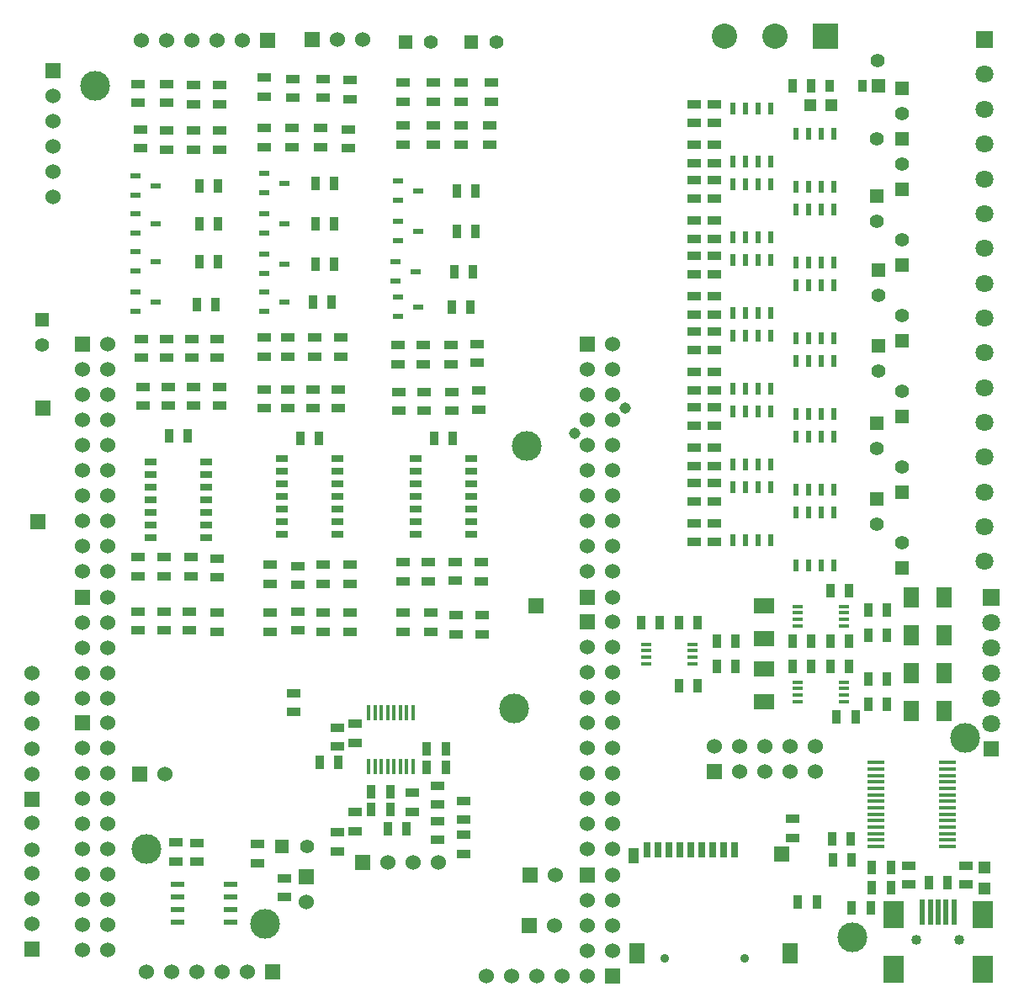
<source format=gts>
G04 (created by PCBNEW (2013-07-07 BZR 4022)-stable) date 2/1/2014 4:13:07 PM*
%MOIN*%
G04 Gerber Fmt 3.4, Leading zero omitted, Abs format*
%FSLAX34Y34*%
G01*
G70*
G90*
G04 APERTURE LIST*
%ADD10C,0.00590551*%
%ADD11R,0.06X0.06*%
%ADD12C,0.06*%
%ADD13C,0.11811*%
%ADD14R,0.0394X0.0236*%
%ADD15R,0.05X0.025*%
%ADD16R,0.055X0.055*%
%ADD17C,0.055*%
%ADD18R,0.035X0.055*%
%ADD19R,0.055X0.035*%
%ADD20R,0.0472X0.0472*%
%ADD21R,0.065X0.016*%
%ADD22R,0.02X0.1*%
%ADD23R,0.0787402X0.11*%
%ADD24C,0.04*%
%ADD25R,0.03X0.06*%
%ADD26R,0.04X0.06*%
%ADD27R,0.06X0.08*%
%ADD28C,0.035*%
%ADD29R,0.0177X0.059*%
%ADD30R,0.0551X0.0236*%
%ADD31C,0.0708661*%
%ADD32R,0.0708661X0.0708661*%
%ADD33R,0.02X0.045*%
%ADD34R,0.1X0.1*%
%ADD35C,0.1*%
%ADD36R,0.038X0.05*%
%ADD37C,0.045*%
%ADD38R,0.08X0.06*%
%ADD39R,0.0402X0.0161*%
G04 APERTURE END LIST*
G54D10*
G54D11*
X70000Y-71000D03*
G54D12*
X71000Y-71000D03*
X70000Y-72000D03*
X71000Y-72000D03*
X70000Y-73000D03*
X71000Y-73000D03*
X70000Y-74000D03*
X71000Y-74000D03*
G54D11*
X50000Y-60000D03*
G54D12*
X51000Y-60000D03*
X50000Y-61000D03*
X51000Y-61000D03*
X50000Y-62000D03*
X51000Y-62000D03*
X50000Y-63000D03*
X51000Y-63000D03*
X50000Y-64000D03*
X51000Y-64000D03*
G54D11*
X70000Y-60000D03*
G54D12*
X71000Y-60000D03*
G54D11*
X50000Y-64984D03*
G54D12*
X51000Y-64984D03*
X50000Y-65984D03*
X51000Y-65984D03*
X50000Y-66984D03*
X51000Y-66984D03*
X50000Y-67984D03*
X51000Y-67984D03*
X50000Y-68984D03*
X51000Y-68984D03*
X50000Y-69984D03*
X51000Y-69984D03*
X50000Y-70984D03*
X51000Y-70984D03*
X50000Y-71984D03*
X51000Y-71984D03*
X50000Y-72984D03*
X51000Y-72984D03*
X50000Y-73984D03*
X51000Y-73984D03*
G54D11*
X48000Y-73950D03*
G54D12*
X48000Y-72950D03*
X48000Y-71950D03*
X48000Y-70950D03*
X48000Y-70000D03*
X48000Y-68950D03*
G54D11*
X48000Y-68000D03*
G54D12*
X48000Y-67000D03*
X48000Y-66000D03*
X48000Y-65000D03*
X48000Y-64000D03*
X48000Y-63000D03*
G54D11*
X57525Y-74850D03*
G54D12*
X56525Y-74850D03*
X55525Y-74850D03*
X54525Y-74850D03*
X53525Y-74850D03*
X52525Y-74850D03*
G54D11*
X67725Y-71000D03*
G54D12*
X68725Y-71000D03*
G54D11*
X67700Y-73000D03*
G54D12*
X68700Y-73000D03*
G54D11*
X52274Y-67000D03*
G54D12*
X53274Y-67000D03*
G54D11*
X71000Y-75025D03*
G54D12*
X70000Y-75025D03*
X69000Y-75000D03*
X68000Y-75025D03*
X67000Y-75025D03*
X66000Y-75025D03*
G54D11*
X86000Y-66000D03*
G54D13*
X67600Y-54000D03*
X50500Y-39750D03*
X67105Y-64418D03*
G54D11*
X59100Y-37900D03*
G54D12*
X60100Y-37900D03*
X61100Y-37900D03*
G54D14*
X52084Y-46325D03*
X52916Y-46700D03*
X52084Y-47075D03*
X62484Y-45125D03*
X63316Y-45500D03*
X62484Y-45875D03*
X62484Y-43525D03*
X63316Y-43900D03*
X62484Y-44275D03*
X52084Y-44825D03*
X52916Y-45200D03*
X52084Y-45575D03*
X52084Y-47925D03*
X52916Y-48300D03*
X52084Y-48675D03*
X52084Y-43325D03*
X52916Y-43700D03*
X52084Y-44075D03*
G54D11*
X57350Y-37950D03*
G54D12*
X56350Y-37950D03*
X55350Y-37950D03*
X54350Y-37950D03*
X53350Y-37950D03*
X52350Y-37950D03*
G54D14*
X57184Y-44825D03*
X58016Y-45200D03*
X57184Y-45575D03*
X57184Y-43225D03*
X58016Y-43600D03*
X57184Y-43975D03*
X57184Y-47925D03*
X58016Y-48300D03*
X57184Y-48675D03*
X57184Y-46425D03*
X58016Y-46800D03*
X57184Y-47175D03*
G54D15*
X54900Y-57650D03*
X54900Y-57150D03*
X54900Y-56650D03*
X54900Y-56150D03*
X54900Y-55650D03*
X54900Y-55150D03*
X54900Y-54650D03*
X52700Y-54650D03*
X52700Y-55150D03*
X52700Y-55650D03*
X52700Y-56150D03*
X52700Y-56650D03*
X52700Y-57150D03*
X52700Y-57650D03*
X60100Y-57500D03*
X60100Y-57000D03*
X60100Y-56500D03*
X60100Y-56000D03*
X60100Y-55500D03*
X60100Y-55000D03*
X60100Y-54500D03*
X57900Y-54500D03*
X57900Y-55000D03*
X57900Y-55500D03*
X57900Y-56000D03*
X57900Y-56500D03*
X57900Y-57000D03*
X57900Y-57500D03*
X65400Y-57500D03*
X65400Y-57000D03*
X65400Y-56500D03*
X65400Y-56000D03*
X65400Y-55500D03*
X65400Y-55000D03*
X65400Y-54500D03*
X63200Y-54500D03*
X63200Y-55000D03*
X63200Y-55500D03*
X63200Y-56000D03*
X63200Y-56500D03*
X63200Y-57000D03*
X63200Y-57500D03*
G54D14*
X62384Y-46725D03*
X63216Y-47100D03*
X62384Y-47475D03*
X62484Y-48125D03*
X63316Y-48500D03*
X62484Y-48875D03*
G54D11*
X48225Y-57000D03*
X48450Y-52500D03*
X48825Y-39150D03*
G54D12*
X48825Y-40150D03*
X48825Y-41150D03*
X48825Y-42150D03*
X48825Y-43150D03*
X48825Y-44150D03*
G54D16*
X48400Y-49000D03*
G54D17*
X48400Y-50000D03*
G54D16*
X62800Y-38000D03*
G54D17*
X63800Y-38000D03*
G54D16*
X65400Y-38000D03*
G54D17*
X66400Y-38000D03*
G54D18*
X54175Y-53600D03*
X53425Y-53600D03*
X63925Y-53700D03*
X64675Y-53700D03*
X59375Y-53700D03*
X58625Y-53700D03*
G54D19*
X53250Y-61325D03*
X53250Y-60575D03*
X52200Y-60575D03*
X52200Y-61325D03*
X52300Y-42225D03*
X52300Y-41475D03*
X55350Y-60625D03*
X55350Y-61375D03*
X54250Y-61325D03*
X54250Y-60575D03*
X53350Y-42275D03*
X53350Y-41525D03*
X53250Y-59175D03*
X53250Y-58425D03*
X52200Y-58425D03*
X52200Y-59175D03*
X52200Y-39675D03*
X52200Y-40425D03*
X53350Y-39675D03*
X53350Y-40425D03*
X54300Y-59175D03*
X54300Y-58425D03*
X55350Y-58475D03*
X55350Y-59225D03*
X54400Y-52425D03*
X54400Y-51675D03*
X55450Y-42275D03*
X55450Y-41525D03*
X53400Y-51675D03*
X53400Y-52425D03*
X55450Y-52425D03*
X55450Y-51675D03*
X52400Y-51675D03*
X52400Y-52425D03*
X54400Y-42275D03*
X54400Y-41525D03*
X54350Y-50525D03*
X54350Y-49775D03*
X55450Y-39725D03*
X55450Y-40475D03*
X52350Y-49775D03*
X52350Y-50525D03*
X54400Y-39725D03*
X54400Y-40475D03*
X58550Y-61325D03*
X58550Y-60575D03*
X59450Y-42175D03*
X59450Y-41425D03*
X57200Y-51775D03*
X57200Y-52525D03*
X60550Y-42225D03*
X60550Y-41475D03*
X59150Y-52525D03*
X59150Y-51775D03*
G54D18*
X55375Y-45200D03*
X54625Y-45200D03*
X55375Y-43700D03*
X54625Y-43700D03*
G54D19*
X57200Y-42175D03*
X57200Y-41425D03*
X57450Y-60625D03*
X57450Y-61375D03*
X63800Y-61375D03*
X63800Y-60625D03*
X62700Y-60625D03*
X62700Y-61375D03*
X62700Y-42075D03*
X62700Y-41325D03*
X63900Y-42075D03*
X63900Y-41325D03*
X64800Y-61475D03*
X64800Y-60725D03*
X65850Y-60725D03*
X65850Y-61475D03*
X64650Y-52625D03*
X64650Y-51875D03*
X65700Y-52575D03*
X65700Y-51825D03*
X66150Y-42075D03*
X66150Y-41325D03*
X62550Y-51875D03*
X62550Y-52625D03*
X63550Y-51875D03*
X63550Y-52625D03*
X65000Y-42075D03*
X65000Y-41325D03*
X55350Y-50525D03*
X55350Y-49775D03*
X53350Y-49775D03*
X53350Y-50525D03*
X60150Y-52525D03*
X60150Y-51775D03*
X58150Y-51775D03*
X58150Y-52525D03*
X58300Y-42175D03*
X58300Y-41425D03*
X58150Y-49725D03*
X58150Y-50475D03*
X60250Y-50475D03*
X60250Y-49725D03*
X57450Y-58725D03*
X57450Y-59475D03*
X58550Y-59525D03*
X58550Y-58775D03*
X59550Y-39475D03*
X59550Y-40225D03*
X57200Y-49725D03*
X57200Y-50475D03*
X60600Y-39525D03*
X60600Y-40275D03*
X59200Y-50475D03*
X59200Y-49725D03*
X60600Y-58725D03*
X60600Y-59475D03*
X59550Y-59475D03*
X59550Y-58725D03*
X58350Y-39475D03*
X58350Y-40225D03*
X57200Y-39425D03*
X57200Y-40175D03*
G54D18*
X55375Y-46700D03*
X54625Y-46700D03*
X55275Y-48400D03*
X54525Y-48400D03*
X59975Y-43600D03*
X59225Y-43600D03*
X59975Y-45200D03*
X59225Y-45200D03*
X65575Y-45500D03*
X64825Y-45500D03*
X65575Y-43900D03*
X64825Y-43900D03*
X59875Y-48300D03*
X59125Y-48300D03*
X59975Y-46800D03*
X59225Y-46800D03*
G54D19*
X59550Y-61375D03*
X59550Y-60625D03*
X60600Y-60625D03*
X60600Y-61375D03*
X63700Y-59375D03*
X63700Y-58625D03*
X62700Y-58625D03*
X62700Y-59375D03*
X62700Y-39625D03*
X62700Y-40375D03*
X63900Y-39625D03*
X63900Y-40375D03*
X64774Y-59349D03*
X64774Y-58599D03*
X65800Y-58625D03*
X65800Y-59375D03*
X64600Y-50775D03*
X64600Y-50025D03*
X65650Y-50725D03*
X65650Y-49975D03*
X66200Y-39625D03*
X66200Y-40375D03*
X62500Y-50025D03*
X62500Y-50775D03*
X63500Y-50025D03*
X63500Y-50775D03*
X65000Y-39625D03*
X65000Y-40375D03*
G54D18*
X65375Y-48500D03*
X64625Y-48500D03*
X65475Y-47100D03*
X64725Y-47100D03*
G54D11*
X50000Y-49984D03*
G54D12*
X51000Y-49984D03*
X50000Y-50984D03*
X51000Y-50984D03*
X50000Y-51984D03*
X51000Y-51984D03*
X50000Y-52984D03*
X51000Y-52984D03*
X50000Y-53984D03*
X51000Y-53984D03*
X50000Y-54984D03*
X51000Y-54984D03*
X50000Y-55984D03*
X51000Y-55984D03*
X50000Y-56984D03*
X51000Y-56984D03*
X50000Y-57984D03*
X51000Y-57984D03*
X50000Y-58984D03*
X51000Y-58984D03*
G54D18*
X81275Y-71518D03*
X82025Y-71518D03*
G54D19*
X82750Y-71393D03*
X82750Y-70643D03*
G54D18*
X83525Y-71318D03*
X84275Y-71318D03*
X80475Y-70418D03*
X79725Y-70418D03*
X79699Y-69592D03*
X80449Y-69592D03*
X81275Y-70718D03*
X82025Y-70718D03*
G54D20*
X85750Y-70705D03*
X85750Y-71531D03*
G54D18*
X81225Y-72318D03*
X80475Y-72318D03*
G54D19*
X85000Y-71393D03*
X85000Y-70643D03*
G54D21*
X81433Y-68090D03*
X81433Y-68346D03*
X81433Y-68602D03*
X81433Y-68858D03*
X84267Y-67322D03*
X81433Y-67322D03*
X81433Y-67578D03*
X81433Y-67834D03*
X84267Y-69114D03*
X84267Y-68858D03*
X84267Y-68602D03*
X84267Y-68346D03*
X84267Y-68090D03*
X84267Y-67834D03*
X81433Y-69114D03*
X84267Y-67578D03*
X84267Y-67066D03*
X84267Y-66811D03*
X84267Y-66555D03*
X81433Y-66555D03*
X81433Y-66811D03*
X81433Y-67066D03*
X81433Y-69370D03*
X81433Y-69625D03*
X81433Y-69881D03*
X84267Y-69881D03*
X84267Y-69625D03*
X84267Y-69370D03*
G54D11*
X70000Y-60984D03*
G54D12*
X71000Y-60984D03*
X70000Y-61984D03*
X71000Y-61984D03*
X70000Y-62984D03*
X71000Y-62984D03*
X70000Y-63984D03*
X71000Y-63984D03*
X70000Y-64984D03*
X71000Y-64984D03*
X70000Y-65984D03*
X71000Y-65984D03*
X70000Y-66984D03*
X71000Y-66984D03*
X70000Y-67984D03*
X71000Y-67984D03*
X70000Y-68984D03*
X71000Y-68984D03*
X70000Y-69984D03*
X71000Y-69984D03*
G54D11*
X75050Y-66918D03*
G54D12*
X75050Y-65918D03*
X76050Y-66918D03*
X76050Y-65918D03*
X77050Y-66918D03*
X77050Y-65918D03*
X78050Y-66918D03*
X78050Y-65918D03*
X79050Y-66918D03*
X79050Y-65918D03*
G54D11*
X67969Y-60344D03*
G54D18*
X79100Y-72092D03*
X78350Y-72092D03*
G54D19*
X78125Y-69543D03*
X78125Y-68793D03*
G54D22*
X83270Y-72468D03*
X83585Y-72468D03*
X83900Y-72468D03*
X84214Y-72468D03*
X84529Y-72468D03*
G54D23*
X82128Y-74749D03*
X85671Y-74749D03*
X82128Y-72583D03*
X85671Y-72583D03*
G54D24*
X83050Y-73568D03*
X84750Y-73568D03*
G54D25*
X75832Y-70018D03*
X75399Y-70018D03*
X74966Y-70018D03*
X74533Y-70018D03*
X74100Y-70018D03*
X73666Y-70018D03*
X73233Y-70018D03*
X72800Y-70018D03*
X72367Y-70018D03*
G54D26*
X71837Y-70254D03*
G54D27*
X71974Y-74101D03*
X78037Y-74101D03*
G54D11*
X77714Y-70172D03*
G54D28*
X73076Y-74309D03*
X76225Y-74309D03*
G54D13*
X80500Y-73492D03*
X84974Y-65568D03*
G54D18*
X63635Y-65994D03*
X64385Y-65994D03*
X61435Y-68394D03*
X62185Y-68394D03*
G54D19*
X60810Y-65769D03*
X60810Y-65019D03*
X65110Y-70169D03*
X65110Y-69419D03*
X64060Y-69619D03*
X64060Y-68869D03*
G54D18*
X62085Y-69169D03*
X62835Y-69169D03*
G54D19*
X60110Y-70069D03*
X60110Y-69319D03*
X65110Y-68819D03*
X65110Y-68069D03*
X64060Y-68219D03*
X64060Y-67469D03*
X63060Y-68494D03*
X63060Y-67744D03*
X60810Y-69269D03*
X60810Y-68519D03*
G54D18*
X64385Y-66744D03*
X63635Y-66744D03*
X61435Y-67694D03*
X62185Y-67694D03*
G54D19*
X58372Y-64556D03*
X58372Y-63806D03*
X60110Y-65169D03*
X60110Y-65919D03*
G54D29*
X63085Y-64585D03*
X62835Y-64585D03*
X62585Y-64585D03*
X62335Y-64585D03*
X62085Y-64585D03*
X61835Y-64585D03*
X61585Y-64585D03*
X61335Y-64585D03*
X61335Y-66703D03*
X61585Y-66703D03*
X61835Y-66703D03*
X62085Y-66703D03*
X62335Y-66703D03*
X62585Y-66703D03*
X62835Y-66703D03*
X63085Y-66703D03*
G54D11*
X61110Y-70494D03*
G54D12*
X62110Y-70494D03*
X63110Y-70494D03*
X64110Y-70494D03*
G54D18*
X60135Y-66544D03*
X59385Y-66544D03*
G54D19*
X54518Y-69737D03*
X54518Y-70487D03*
X53694Y-70462D03*
X53694Y-69712D03*
X56918Y-70537D03*
X56918Y-69787D03*
G54D11*
X58869Y-71062D03*
G54D12*
X58869Y-72062D03*
G54D30*
X55868Y-71362D03*
X53768Y-71362D03*
X55868Y-71862D03*
X55868Y-72362D03*
X55868Y-72862D03*
X53768Y-71862D03*
X53768Y-72362D03*
X53768Y-72862D03*
G54D16*
X57894Y-69887D03*
G54D17*
X58894Y-69887D03*
G54D19*
X57994Y-71137D03*
X57994Y-71887D03*
G54D13*
X52518Y-69987D03*
X57244Y-72937D03*
G54D31*
X85750Y-58584D03*
X85750Y-57206D03*
G54D32*
X85750Y-37915D03*
G54D31*
X85750Y-39293D03*
X85750Y-40671D03*
X85750Y-42049D03*
X85750Y-43427D03*
X85750Y-44805D03*
X85750Y-46183D03*
X85750Y-47561D03*
X85750Y-48938D03*
X85750Y-50316D03*
X85750Y-51694D03*
X85750Y-53072D03*
X85750Y-54450D03*
X85750Y-55828D03*
G54D11*
X70000Y-49984D03*
G54D12*
X71000Y-49984D03*
X70000Y-50984D03*
X71000Y-50984D03*
X70000Y-51984D03*
X71000Y-51984D03*
X70000Y-52984D03*
X71000Y-52984D03*
X70000Y-53984D03*
X71000Y-53984D03*
X70000Y-54984D03*
X71000Y-54984D03*
X70000Y-55984D03*
X71000Y-55984D03*
X70000Y-56984D03*
X71000Y-56984D03*
X70000Y-57984D03*
X71000Y-57984D03*
X70000Y-58984D03*
X71000Y-58984D03*
G54D19*
X74225Y-40475D03*
X74225Y-41225D03*
X74225Y-42075D03*
X74225Y-42825D03*
X74225Y-43475D03*
X74225Y-44225D03*
X74225Y-45075D03*
X74225Y-45825D03*
X74225Y-46475D03*
X74225Y-47225D03*
X74225Y-48075D03*
X74225Y-48825D03*
G54D16*
X81474Y-53100D03*
G54D17*
X81474Y-54100D03*
G54D16*
X81474Y-44100D03*
G54D17*
X81474Y-45100D03*
G54D16*
X82474Y-52850D03*
G54D17*
X82474Y-51850D03*
G54D16*
X82474Y-43850D03*
G54D17*
X82474Y-42850D03*
G54D16*
X81525Y-50050D03*
G54D17*
X81525Y-51050D03*
G54D16*
X82474Y-39850D03*
G54D17*
X82474Y-40850D03*
G54D19*
X75025Y-47225D03*
X75025Y-46475D03*
X75025Y-48825D03*
X75025Y-48075D03*
X75025Y-44225D03*
X75025Y-43475D03*
X75025Y-45825D03*
X75025Y-45075D03*
X75025Y-42825D03*
X75025Y-42075D03*
X75025Y-41225D03*
X75025Y-40475D03*
G54D33*
X77275Y-48750D03*
X77275Y-46650D03*
X76775Y-48750D03*
X76275Y-48750D03*
X75775Y-48750D03*
X76775Y-46650D03*
X76275Y-46650D03*
X75775Y-46650D03*
X79775Y-49750D03*
X79775Y-47650D03*
X79275Y-49750D03*
X78775Y-49750D03*
X78275Y-49750D03*
X79275Y-47650D03*
X78775Y-47650D03*
X78275Y-47650D03*
X77275Y-45750D03*
X77275Y-43650D03*
X76775Y-45750D03*
X76275Y-45750D03*
X75775Y-45750D03*
X76775Y-43650D03*
X76275Y-43650D03*
X75775Y-43650D03*
X79775Y-43750D03*
X79775Y-41650D03*
X79275Y-43750D03*
X78775Y-43750D03*
X78275Y-43750D03*
X79275Y-41650D03*
X78775Y-41650D03*
X78275Y-41650D03*
X77275Y-42750D03*
X77275Y-40650D03*
X76775Y-42750D03*
X76275Y-42750D03*
X75775Y-42750D03*
X76775Y-40650D03*
X76275Y-40650D03*
X75775Y-40650D03*
X79775Y-46750D03*
X79775Y-44650D03*
X79275Y-46750D03*
X78775Y-46750D03*
X78275Y-46750D03*
X79275Y-44650D03*
X78775Y-44650D03*
X78275Y-44650D03*
X77275Y-54750D03*
X77275Y-52650D03*
X76775Y-54750D03*
X76275Y-54750D03*
X75775Y-54750D03*
X76775Y-52650D03*
X76275Y-52650D03*
X75775Y-52650D03*
X79775Y-58750D03*
X79775Y-56650D03*
X79275Y-58750D03*
X78775Y-58750D03*
X78275Y-58750D03*
X79275Y-56650D03*
X78775Y-56650D03*
X78275Y-56650D03*
X77275Y-57750D03*
X77275Y-55650D03*
X76775Y-57750D03*
X76275Y-57750D03*
X75775Y-57750D03*
X76775Y-55650D03*
X76275Y-55650D03*
X75775Y-55650D03*
X79775Y-55750D03*
X79775Y-53650D03*
X79275Y-55750D03*
X78775Y-55750D03*
X78275Y-55750D03*
X79275Y-53650D03*
X78775Y-53650D03*
X78275Y-53650D03*
X77275Y-51750D03*
X77275Y-49650D03*
X76775Y-51750D03*
X76275Y-51750D03*
X75775Y-51750D03*
X76775Y-49650D03*
X76275Y-49650D03*
X75775Y-49650D03*
X79775Y-52750D03*
X79775Y-50650D03*
X79275Y-52750D03*
X78775Y-52750D03*
X78275Y-52750D03*
X79275Y-50650D03*
X78775Y-50650D03*
X78275Y-50650D03*
G54D19*
X75025Y-57825D03*
X75025Y-57075D03*
X75025Y-56225D03*
X75025Y-55475D03*
X75025Y-53225D03*
X75025Y-52475D03*
X75025Y-54825D03*
X75025Y-54075D03*
X75025Y-50225D03*
X75025Y-49475D03*
X75025Y-51825D03*
X75025Y-51075D03*
G54D34*
X79425Y-37775D03*
G54D35*
X77425Y-37775D03*
X75425Y-37775D03*
G54D36*
X79610Y-39740D03*
X80900Y-39740D03*
G54D18*
X78125Y-39750D03*
X78875Y-39750D03*
G54D20*
X78837Y-40500D03*
X79663Y-40500D03*
G54D16*
X82474Y-46850D03*
G54D17*
X82474Y-45850D03*
G54D16*
X82474Y-55850D03*
G54D17*
X82474Y-54850D03*
G54D16*
X81525Y-47050D03*
G54D17*
X81525Y-48050D03*
G54D16*
X81474Y-56100D03*
G54D17*
X81474Y-57100D03*
G54D16*
X82474Y-49850D03*
G54D17*
X82474Y-48850D03*
G54D16*
X82474Y-58850D03*
G54D17*
X82474Y-57850D03*
G54D16*
X81525Y-39750D03*
G54D17*
X81500Y-38750D03*
G54D16*
X82474Y-41850D03*
G54D17*
X81474Y-41850D03*
G54D19*
X74225Y-49475D03*
X74225Y-50225D03*
X74225Y-51075D03*
X74225Y-51825D03*
X74225Y-52475D03*
X74225Y-53225D03*
X74225Y-54075D03*
X74225Y-54825D03*
X74225Y-55475D03*
X74225Y-56225D03*
X74225Y-57075D03*
X74225Y-57825D03*
G54D37*
X69500Y-53500D03*
X71500Y-52500D03*
G54D38*
X77000Y-62850D03*
X77000Y-64150D03*
G54D27*
X82850Y-63000D03*
X84150Y-63000D03*
X82850Y-61500D03*
X84150Y-61500D03*
X82850Y-60000D03*
X84150Y-60000D03*
X82850Y-64500D03*
X84150Y-64500D03*
G54D38*
X77000Y-61650D03*
X77000Y-60350D03*
G54D18*
X74375Y-63500D03*
X73625Y-63500D03*
X75875Y-62750D03*
X75125Y-62750D03*
X80375Y-62750D03*
X79625Y-62750D03*
X80375Y-61750D03*
X79625Y-61750D03*
X81875Y-61500D03*
X81125Y-61500D03*
X78125Y-62750D03*
X78875Y-62750D03*
X81875Y-60500D03*
X81125Y-60500D03*
X80375Y-59750D03*
X79625Y-59750D03*
X75875Y-61750D03*
X75125Y-61750D03*
X74375Y-61000D03*
X73625Y-61000D03*
X78125Y-61750D03*
X78875Y-61750D03*
X81875Y-63250D03*
X81125Y-63250D03*
X72125Y-61000D03*
X72875Y-61000D03*
X81875Y-64250D03*
X81125Y-64250D03*
X80625Y-64750D03*
X79875Y-64750D03*
G54D39*
X78344Y-63366D03*
X78344Y-63622D03*
X78344Y-63878D03*
X78344Y-64134D03*
X80156Y-64134D03*
X80156Y-63878D03*
X80156Y-63622D03*
X80156Y-63366D03*
X72344Y-61866D03*
X72344Y-62122D03*
X72344Y-62378D03*
X72344Y-62634D03*
X74156Y-62634D03*
X74156Y-62378D03*
X74156Y-62122D03*
X74156Y-61866D03*
X78344Y-60366D03*
X78344Y-60622D03*
X78344Y-60878D03*
X78344Y-61134D03*
X80156Y-61134D03*
X80156Y-60878D03*
X80156Y-60622D03*
X80156Y-60366D03*
G54D32*
X86000Y-60000D03*
G54D31*
X86000Y-61000D03*
X86000Y-62000D03*
X86000Y-63000D03*
X86000Y-64000D03*
X86000Y-65000D03*
M02*

</source>
